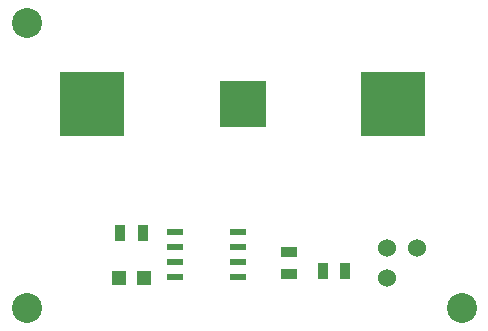
<source format=gts>
G04 (created by PCBNEW (2013-07-07 BZR 4022)-stable) date 9/13/2014 6:53:18 PM*
%MOIN*%
G04 Gerber Fmt 3.4, Leading zero omitted, Abs format*
%FSLAX34Y34*%
G01*
G70*
G90*
G04 APERTURE LIST*
%ADD10C,0.00590551*%
%ADD11R,0.055X0.035*%
%ADD12R,0.035X0.055*%
%ADD13R,0.0472X0.0472*%
%ADD14C,0.06*%
%ADD15C,0.1*%
%ADD16R,0.15748X0.15748*%
%ADD17R,0.216535X0.216535*%
%ADD18R,0.0551X0.0236*%
G04 APERTURE END LIST*
G54D10*
G54D11*
X8750Y1875D03*
X8750Y1125D03*
G54D12*
X3875Y2500D03*
X3125Y2500D03*
X9875Y1250D03*
X10625Y1250D03*
G54D13*
X3913Y1000D03*
X3087Y1000D03*
G54D14*
X13000Y2000D03*
X12000Y2000D03*
X12000Y1000D03*
G54D15*
X0Y9500D03*
X14500Y0D03*
X0Y0D03*
G54D16*
X7200Y6800D03*
G54D17*
X12221Y6800D03*
X2178Y6800D03*
G54D18*
X7046Y2553D03*
X4946Y2553D03*
X7046Y2053D03*
X7046Y1553D03*
X7046Y1053D03*
X4946Y2053D03*
X4946Y1553D03*
X4946Y1053D03*
M02*

</source>
